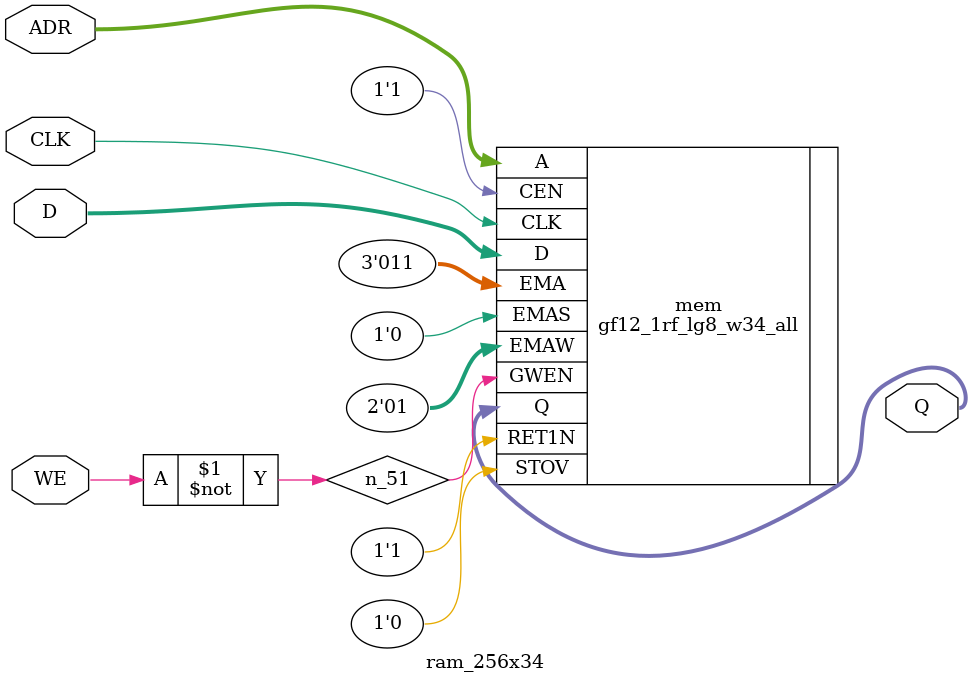
<source format=v>
module ram_2048x39(CLK, ADR, D, Q, WE);
  input CLK, WE;
  input [10:0] ADR;
  input [38:0] D;
  output [38:0] Q;
  wire CLK, WE;
  wire [10:0] ADR;
  wire [38:0] D;
  wire [38:0] Q;
  wire [39:0] Q_int;
  wire n_21;
  gf12_1rf_lg11_w40_all mem(.CLK (CLK), .Q ({Q_int[39], Q}), .CEN
       (1'b1), .GWEN (n_21), .A (ADR), .D ({1'b0, D}), .EMA (3'b011),
       .EMAW (2'b01), .EMAS (1'b0), .STOV (1'b0), .RET1N (1'b1));
  assign n_21 = ~(WE);
endmodule

module ram_64x21(CLK, ADR, D, Q, WE);
  input CLK, WE;
  input [5:0] ADR;
  input [20:0] D;
  output [20:0] Q;
  wire CLK, WE;
  wire [5:0] ADR;
  wire [20:0] D;
  wire [20:0] Q;
  wire [21:0] Q_int;
  wire n_16;
  gf12_1rf_lg6_w22_all mem(.CLK (CLK), .Q ({Q_int[21], Q}), .CEN
       (1'b1), .GWEN (n_16), .A (ADR), .D ({1'b0, D}), .EMA (3'b011),
       .EMAW (2'b01), .EMAS (1'b0), .STOV (1'b0), .RET1N (1'b1));
  assign n_16 = ~(WE);
endmodule

module ram_256x34(CLK, ADR, D, Q, WE);
  input CLK, WE;
  input [7:0] ADR;
  input [33:0] D;
  output [33:0] Q;
  wire CLK, WE;
  wire [7:0] ADR;
  wire [33:0] D;
  wire [33:0] Q;
  wire n_51;
  gf12_1rf_lg8_w34_all mem(.CLK (CLK), .Q (Q), .CEN (1'b1), .GWEN
       (n_51), .A (ADR), .D (D), .EMA (3'b011), .EMAW (2'b01),
       .EMAS (1'b0), .STOV (1'b0), .RET1N (1'b1));
  assign n_51 = ~(WE);
endmodule

</source>
